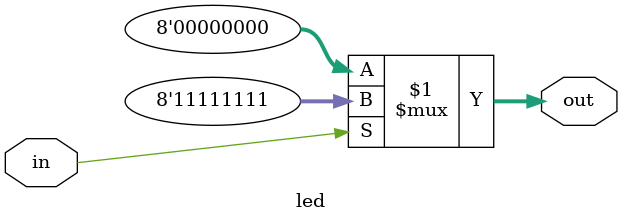
<source format=v>
`timescale 1ns / 1ps


module led(
    input in,
    output [7:0] out
    );
    assign out = in?8'hff:8'h0;
endmodule

</source>
